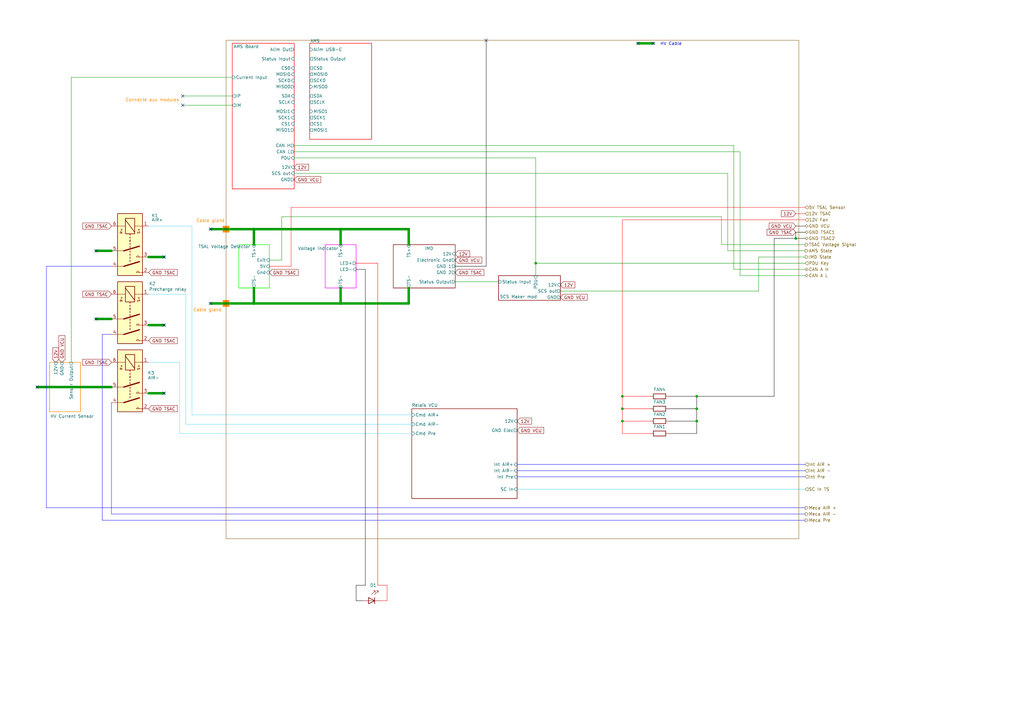
<source format=kicad_sch>
(kicad_sch (version 20231120) (generator "eeschema") (generator_version "8.0")
  (paper "A3")
  (lib_symbols
    (symbol "Device:R" (pin_numbers hide) (pin_names (offset 0))
      (property "Reference" "R" (at 2.032 0 90))
      (property "Value" "R" (at 0 0 90))
      (symbol "R_0_1"
        (rectangle (start -1.016 -2.54) (end 1.016 2.54) (stroke (width 0.254)))
      )
      (symbol "R_1_1"
        (pin passive line (at 0 3.81 270) (length 1.27) (name "~") (number "1"))
        (pin passive line (at 0 -3.81 90) (length 1.27) (name "~") (number "2"))
      )
    )
    (symbol "EPSA_lib:LED" (pin_numbers hide) (pin_names (offset 1.016) hide)
      (property "Reference" "D" (at 0 2.54 0))
      (symbol "LED_0_1"
        (polyline (pts (xy -1.27 -1.27) (xy -1.27 1.27)) (stroke (width 0.254)))
        (polyline (pts (xy -1.27 0) (xy 1.27 0)))
        (polyline (pts (xy 1.27 -1.27) (xy 1.27 1.27) (xy -1.27 0) (xy 1.27 -1.27)) (stroke (width 0.254)))
        (polyline (pts (xy -1.27 -2.54) (xy -2.794 -4.064) (xy -2.032 -4.064) (xy -2.794 -4.064) (xy -2.794 -3.302)))
        (polyline (pts (xy 0 -2.54) (xy -1.524 -4.064) (xy -0.762 -4.064) (xy -1.524 -4.064) (xy -1.524 -3.302)))
      )
      (symbol "LED_1_1"
        (pin passive line (at -3.81 0 0) (length 2.54) (name "K") (number "1"))
        (pin passive line (at 3.81 0 180) (length 2.54) (name "A") (number "2"))
      )
    )
    (symbol "EPSA_lib:RELAYS"
      (property "Reference" "K" (at -13.97 -11.43 0))
      (property "Value" "RELAYS" (at -13.97 -13.97 0))
      (symbol "RELAYS_1_1"
        (rectangle (start -10.16 5.08) (end 15.24 -5.08) (stroke (width 0.254)) (fill (type background)))
        (rectangle (start -8.255 1.905) (end -1.905 -1.905) (stroke (width 0.254)))
        (polyline (pts (xy -7.62 -1.905) (xy -2.54 1.905)) (stroke (width 0.254)))
        (polyline (pts (xy -5.08 -5.08) (xy -5.08 -1.905)))
        (polyline (pts (xy -5.08 5.08) (xy -5.08 1.905)))
        (polyline (pts (xy -1.905 0) (xy -1.27 0)) (stroke (width 0.254)))
        (polyline (pts (xy -0.635 0) (xy 0 0)) (stroke (width 0.254)))
        (polyline (pts (xy 0.635 0) (xy 1.27 0)) (stroke (width 0.254)))
        (polyline (pts (xy 0.635 0) (xy 1.27 0)) (stroke (width 0.254)))
        (polyline (pts (xy 1.905 0) (xy 2.54 0)) (stroke (width 0.254)))
        (polyline (pts (xy 3.175 0) (xy 3.81 0)) (stroke (width 0.254)))
        (polyline (pts (xy 5.08 -2.54) (xy 3.175 3.81)) (stroke (width 0.508)))
        (polyline (pts (xy 5.08 -2.54) (xy 5.08 -5.08)))
        (polyline (pts (xy 5.08 0) (xy 5.715 0)) (stroke (width 0.254)))
        (polyline (pts (xy 6.35 0) (xy 6.985 0)) (stroke (width 0.254)))
        (polyline (pts (xy 7.62 0) (xy 8.255 0)) (stroke (width 0.254)))
        (polyline (pts (xy 7.62 3.81) (xy 7.62 5.08)))
        (polyline (pts (xy 8.89 0) (xy 9.525 0)) (stroke (width 0.254)))
        (polyline (pts (xy 11.43 -2.54) (xy 9.525 3.81)) (stroke (width 0.508)))
        (polyline (pts (xy 11.43 -2.54) (xy 11.43 -5.08)))
        (polyline (pts (xy 13.97 3.81) (xy 13.97 5.08)))
        (polyline (pts (xy 7.62 3.81) (xy 7.62 2.54) (xy 6.985 3.175) (xy 7.62 3.81)))
        (polyline (pts (xy 13.97 3.81) (xy 13.97 2.54) (xy 13.335 3.175) (xy 13.97 3.81)))
        (text "R+" (at -3.048 -3.556 0) (effects (font (size 1.016 1.016))))
        (text "S+" (at -3.048 3.556 0) (effects (font (size 1.016 1.016))))
        (pin passive line (at -5.08 7.62 270) (length 2.54) (name "~") (number "1"))
        (pin passive line (at 13.97 7.62 270) (length 2.54) (name "~") (number "2"))
        (pin passive line (at 7.62 7.62 270) (length 2.54) (name "~") (number "3"))
        (pin passive line (at 11.43 -7.62 90) (length 2.54) (name "~") (number "4"))
        (pin passive line (at 5.08 -7.62 90) (length 2.54) (name "~") (number "5"))
        (pin passive line (at -5.08 -7.62 90) (length 2.54) (name "~") (number "6"))
      )
    )
  )
  (junction (at 255.27 162.56))
  (junction (at 255.27 167.64))
  (junction (at 104.14 124.46))
  (junction (at 219.71 107.95))
  (junction (at 285.75 167.64))
  (junction (at 285.75 172.72))
  (junction (at 104.14 93.98))
  (junction (at 326.39 97.79))
  (junction (at 285.75 162.56))
  (junction (at 139.7 93.98))
  (junction (at 139.7 124.46))
  (junction (at 255.27 172.72))
  (no_connect (at 67.31 161.29))
  (no_connect (at 39.37 130.81))
  (no_connect (at 67.31 105.41))
  (no_connect (at 261.62 17.78))
  (no_connect (at 39.37 102.87))
  (no_connect (at 199.39 16.51))
  (no_connect (at 67.31 133.35))
  (no_connect (at 15.24 158.75))
  (no_connect (at 74.93 43.18))
  (no_connect (at 86.36 124.46))
  (no_connect (at 74.93 39.37))
  (no_connect (at 267.97 17.78))
  (no_connect (at 86.36 93.98))
  (wire (pts (xy 154.94 240.03) (xy 158.75 240.03)) (stroke (width 0) (color 253 0 0 1)))
  (wire (pts (xy 45.72 210.82) (xy 45.72 165.1)) (stroke (width 0) (color 0 0 255 1)))
  (wire (pts (xy 219.71 107.95) (xy 219.71 113.03)))
  (wire (pts (xy 219.71 64.77) (xy 219.71 107.95)))
  (wire (pts (xy 326.39 87.63) (xy 330.2 87.63)) (stroke (width 0) (color 253 0 0 1)))
  (wire (pts (xy 119.38 85.09) (xy 330.2 85.09)) (stroke (width 0) (color 253 0 0 1)))
  (wire (pts (xy 29.21 31.75) (xy 29.21 148.59)))
  (wire (pts (xy 78.74 170.18) (xy 168.91 170.18)) (stroke (width 0) (color 83 209 255 1)))
  (wire (pts (xy 19.05 109.22) (xy 45.72 109.22)) (stroke (width 0) (color 0 0 255 1)))
  (wire (pts (xy 146.05 110.49) (xy 149.86 110.49)) (stroke (width 0) (color 0 0 0 1)))
  (wire (pts (xy 41.91 137.16) (xy 45.72 137.16)) (stroke (width 0) (color 0 0 255 1)))
  (wire (pts (xy 285.75 167.64) (xy 274.32 167.64)) (stroke (width 0) (color 0 0 0 1)))
  (wire (pts (xy 285.75 172.72) (xy 285.75 177.8)) (stroke (width 0) (color 0 0 0 1)))
  (wire (pts (xy 60.96 133.35) (xy 67.31 133.35)) (stroke (width 1)))
  (wire (pts (xy 115.57 88.9) (xy 115.57 106.68)))
  (wire (pts (xy 311.15 119.38) (xy 229.87 119.38)))
  (wire (pts (xy 186.69 115.57) (xy 204.47 115.57)))
  (wire (pts (xy 255.27 167.64) (xy 255.27 172.72)) (stroke (width 0) (color 255 0 0 1)))
  (wire (pts (xy 146.05 240.03) (xy 146.05 246.38)) (stroke (width 0) (color 0 0 0 1)))
  (wire (pts (xy 29.21 31.75) (xy 95.25 31.75)))
  (wire (pts (xy 139.7 93.98) (xy 167.64 93.98)) (stroke (width 1)))
  (wire (pts (xy 255.27 90.17) (xy 255.27 162.56)) (stroke (width 0) (color 255 0 0 1)))
  (wire (pts (xy 39.37 130.81) (xy 45.72 130.81)) (stroke (width 1)))
  (wire (pts (xy 74.93 39.37) (xy 95.25 39.37)))
  (wire (pts (xy 60.96 161.29) (xy 67.31 161.29)) (stroke (width 1)))
  (wire (pts (xy 255.27 172.72) (xy 266.7 172.72)) (stroke (width 0) (color 255 0 0 1)))
  (wire (pts (xy 295.91 100.33) (xy 330.2 100.33)))
  (wire (pts (xy 146.05 246.38) (xy 148.59 246.38)) (stroke (width 0) (color 0 0 0 1)))
  (wire (pts (xy 146.05 107.95) (xy 154.94 107.95)) (stroke (width 0) (color 253 0 0 1)))
  (wire (pts (xy 73.66 177.8) (xy 73.66 148.59)) (stroke (width 0) (color 83 209 255 1)))
  (wire (pts (xy 255.27 90.17) (xy 330.2 90.17)) (stroke (width 0) (color 255 0 0 1)))
  (wire (pts (xy 104.14 93.98) (xy 139.7 93.98)) (stroke (width 1)))
  (wire (pts (xy 255.27 162.56) (xy 255.27 167.64)) (stroke (width 0) (color 255 0 0 1)))
  (wire (pts (xy 212.09 200.66) (xy 330.2 200.66)) (stroke (width 0) (color 42 205 253 1)))
  (wire (pts (xy 285.75 172.72) (xy 274.32 172.72)) (stroke (width 0) (color 0 0 0 1)))
  (wire (pts (xy 300.99 110.49) (xy 330.2 110.49)))
  (wire (pts (xy 255.27 177.8) (xy 266.7 177.8)) (stroke (width 0) (color 255 0 0 1)))
  (wire (pts (xy 212.09 190.5) (xy 330.2 190.5)) (stroke (width 0) (color 0 0 255 1)))
  (wire (pts (xy 74.93 43.18) (xy 95.25 43.18)))
  (wire (pts (xy 76.2 173.99) (xy 168.91 173.99)) (stroke (width 0) (color 83 209 255 1)))
  (wire (pts (xy 19.05 208.28) (xy 330.2 208.28)) (stroke (width 0) (color 0 0 255 1)))
  (wire (pts (xy 317.5 162.56) (xy 285.75 162.56)) (stroke (width 0) (color 0 0 0 1)))
  (wire (pts (xy 311.15 119.38) (xy 311.15 105.41)))
  (wire (pts (xy 86.36 124.46) (xy 104.14 124.46)) (stroke (width 1)))
  (wire (pts (xy 41.91 213.36) (xy 330.2 213.36)) (stroke (width 0) (color 0 0 255 1)))
  (wire (pts (xy 298.45 71.12) (xy 120.65 71.12)))
  (wire (pts (xy 139.7 118.11) (xy 139.7 124.46)) (stroke (width 1)))
  (wire (pts (xy 167.64 93.98) (xy 167.64 100.33)) (stroke (width 1)))
  (wire (pts (xy 149.86 110.49) (xy 149.86 240.03)) (stroke (width 0) (color 0 0 0 1)))
  (wire (pts (xy 266.7 162.56) (xy 255.27 162.56)) (stroke (width 0) (color 255 0 0 1)))
  (wire (pts (xy 19.05 208.28) (xy 19.05 109.22)) (stroke (width 0) (color 0 0 255 1)))
  (wire (pts (xy 199.39 16.51) (xy 199.39 109.22)) (stroke (width 0) (color 0 0 0 1)))
  (wire (pts (xy 186.69 109.22) (xy 199.39 109.22)) (stroke (width 0) (color 0 0 0 1)))
  (wire (pts (xy 212.09 195.58) (xy 330.2 195.58)) (stroke (width 0) (color 0 0 255 1)))
  (wire (pts (xy 303.53 62.23) (xy 120.65 62.23)))
  (wire (pts (xy 115.57 88.9) (xy 295.91 88.9)))
  (wire (pts (xy 139.7 124.46) (xy 167.64 124.46)) (stroke (width 1)))
  (wire (pts (xy 317.5 97.79) (xy 326.39 97.79)) (stroke (width 0) (color 0 0 0 1)))
  (wire (pts (xy 41.91 213.36) (xy 41.91 137.16)) (stroke (width 0) (color 0 0 255 1)))
  (wire (pts (xy 104.14 118.11) (xy 104.14 124.46)) (stroke (width 1)))
  (wire (pts (xy 119.38 109.22) (xy 110.49 109.22)) (stroke (width 0) (color 253 0 0 1)))
  (wire (pts (xy 76.2 173.99) (xy 76.2 120.65)) (stroke (width 0) (color 83 209 255 1)))
  (wire (pts (xy 212.09 193.04) (xy 330.2 193.04)) (stroke (width 0) (color 0 0 255 1)))
  (wire (pts (xy 298.45 102.87) (xy 298.45 71.12)))
  (wire (pts (xy 76.2 120.65) (xy 60.96 120.65)) (stroke (width 0) (color 83 209 255 1)))
  (wire (pts (xy 60.96 105.41) (xy 67.31 105.41)) (stroke (width 1)))
  (wire (pts (xy 154.94 107.95) (xy 154.94 240.03)) (stroke (width 0) (color 253 0 0 1)))
  (wire (pts (xy 326.39 97.79) (xy 330.2 97.79)) (stroke (width 0) (color 0 0 0 1)))
  (wire (pts (xy 104.14 93.98) (xy 104.14 100.33)) (stroke (width 1)))
  (wire (pts (xy 149.86 240.03) (xy 146.05 240.03)) (stroke (width 0) (color 0 0 0 1)))
  (wire (pts (xy 104.14 124.46) (xy 139.7 124.46)) (stroke (width 1)))
  (wire (pts (xy 139.7 100.33) (xy 139.7 93.98)) (stroke (width 1)))
  (wire (pts (xy 300.99 110.49) (xy 300.99 59.69)))
  (wire (pts (xy 317.5 97.79) (xy 317.5 162.56)) (stroke (width 0) (color 0 0 0 1)))
  (wire (pts (xy 86.36 93.98) (xy 104.14 93.98)) (stroke (width 1)))
  (wire (pts (xy 285.75 162.56) (xy 285.75 167.64)) (stroke (width 0) (color 0 0 0 1)))
  (wire (pts (xy 326.39 95.25) (xy 326.39 97.79)) (stroke (width 0) (color 0 0 0 1)))
  (wire (pts (xy 119.38 85.09) (xy 119.38 109.22)) (stroke (width 0) (color 253 0 0 1)))
  (wire (pts (xy 167.64 124.46) (xy 167.64 118.11)) (stroke (width 1)))
  (wire (pts (xy 255.27 167.64) (xy 266.7 167.64)) (stroke (width 0) (color 255 0 0 1)))
  (wire (pts (xy 73.66 177.8) (xy 168.91 177.8)) (stroke (width 0) (color 83 209 255 1)))
  (wire (pts (xy 300.99 59.69) (xy 120.65 59.69)))
  (wire (pts (xy 73.66 148.59) (xy 60.96 148.59)) (stroke (width 0) (color 83 209 255 1)))
  (wire (pts (xy 326.39 95.25) (xy 330.2 95.25)) (stroke (width 0) (color 0 0 0 1)))
  (wire (pts (xy 285.75 167.64) (xy 285.75 172.72)) (stroke (width 0) (color 0 0 0 1)))
  (wire (pts (xy 303.53 113.03) (xy 330.2 113.03)))
  (wire (pts (xy 110.49 106.68) (xy 115.57 106.68)))
  (wire (pts (xy 303.53 113.03) (xy 303.53 62.23)))
  (wire (pts (xy 255.27 172.72) (xy 255.27 177.8)) (stroke (width 0) (color 255 0 0 1)))
  (wire (pts (xy 78.74 170.18) (xy 78.74 92.71)) (stroke (width 0) (color 83 209 255 1)))
  (wire (pts (xy 158.75 240.03) (xy 158.75 246.38)) (stroke (width 0) (color 253 0 0 1)))
  (wire (pts (xy 39.37 102.87) (xy 45.72 102.87)) (stroke (width 1)))
  (wire (pts (xy 78.74 92.71) (xy 60.96 92.71)) (stroke (width 0) (color 83 209 255 1)))
  (wire (pts (xy 285.75 162.56) (xy 274.32 162.56)) (stroke (width 0) (color 0 0 0 1)))
  (wire (pts (xy 158.75 246.38) (xy 156.21 246.38)) (stroke (width 0) (color 253 0 0 1)))
  (wire (pts (xy 285.75 177.8) (xy 274.32 177.8)) (stroke (width 0) (color 0 0 0 1)))
  (wire (pts (xy 219.71 107.95) (xy 330.2 107.95)))
  (wire (pts (xy 298.45 102.87) (xy 330.2 102.87)))
  (wire (pts (xy 45.72 210.82) (xy 330.2 210.82)) (stroke (width 0) (color 0 0 255 1)))
  (wire (pts (xy 326.39 92.71) (xy 330.2 92.71)) (stroke (width 0) (color 0 0 0 1)))
  (wire (pts (xy 261.62 17.78) (xy 267.97 17.78)) (stroke (width 1)))
  (wire (pts (xy 15.24 158.75) (xy 45.72 158.75)) (stroke (width 1)))
  (wire (pts (xy 295.91 88.9) (xy 295.91 100.33)))
  (wire (pts (xy 219.71 64.77) (xy 120.65 64.77)))
  (wire (pts (xy 311.15 105.41) (xy 330.2 105.41)))
  (rectangle (start 91.44 123.19) (end 93.98 125.73) (stroke (width 0) (color 255 124 0 1)) (fill (type color) (color 255 134 0 1)))
  (rectangle (start 91.44 92.71) (end 93.98 95.25) (stroke (width 0) (color 255 124 0 1)) (fill (type color) (color 255 134 0 1)))
  (rectangle (start 92.71 16.51) (end 327.66 220.98) (stroke (width 0) (color 128 80 0 1)))
  (text "Cable gland" (at 86.36 90.678 0) (effects (font (size 1.27 1.27))))
  (text "HV Cable" (at 270.764 18.796 0) (effects (font (size 1.27 1.27)) (justify left bottom)))
  (text "Cable gland" (at 85.09 127.254 0) (effects (font (size 1.27 1.27))))
  (text "Connecté aux modules" (at 62.484 41.148 0) (effects (font (size 1.27 1.27))))
  (global_label "12V" (shape input) (at 120.65 68.58 0) (property "Intersheetrefs" "${INTERSHEET_REFS}" (effects (hide yes))))
  (global_label "GND TSAC" (shape input) (at 45.72 120.65 180) (property "Intersheetrefs" "${INTERSHEET_REFS}" (effects (hide yes))))
  (global_label "12V" (shape input) (at 22.86 148.59 90) (property "Intersheetrefs" "${INTERSHEET_REFS}" (effects (hide yes))))
  (global_label "GND TSAC" (shape input) (at 60.96 139.7 0) (property "Intersheetrefs" "${INTERSHEET_REFS}" (effects (hide yes))))
  (global_label "GND TSAC" (shape input) (at 60.96 111.76 0) (property "Intersheetrefs" "${INTERSHEET_REFS}" (effects (hide yes))))
  (global_label "GND VCU" (shape input) (at 25.4 148.59 90) (property "Intersheetrefs" "${INTERSHEET_REFS}" (effects (hide yes))))
  (global_label "12V" (shape input) (at 212.09 172.72 0) (property "Intersheetrefs" "${INTERSHEET_REFS}" (effects (hide yes))))
  (global_label "GND VCU" (shape input) (at 212.09 176.53 0) (property "Intersheetrefs" "${INTERSHEET_REFS}" (effects (hide yes))))
  (global_label "GND TSAC" (shape input) (at 110.49 111.76 0) (property "Intersheetrefs" "${INTERSHEET_REFS}" (effects (hide yes))))
  (global_label "GND VCU" (shape input) (at 120.65 73.66 0) (property "Intersheetrefs" "${INTERSHEET_REFS}" (effects (hide yes))))
  (global_label "GND TSAC" (shape input) (at 326.39 95.25 180) (property "Intersheetrefs" "${INTERSHEET_REFS}" (effects (hide yes))))
  (global_label "GND TSAC" (shape input) (at 45.72 92.71 180) (property "Intersheetrefs" "${INTERSHEET_REFS}" (effects (hide yes))))
  (global_label "GND TSAC" (shape input) (at 60.96 167.64 0) (property "Intersheetrefs" "${INTERSHEET_REFS}" (effects (hide yes))))
  (global_label "GND VCU" (shape input) (at 229.87 121.92 0) (property "Intersheetrefs" "${INTERSHEET_REFS}" (effects (hide yes))))
  (global_label "GND TSAC" (shape input) (at 45.72 148.59 180) (property "Intersheetrefs" "${INTERSHEET_REFS}" (effects (hide yes))))
  (global_label "GND VCU" (shape input) (at 186.69 106.68 0) (property "Intersheetrefs" "${INTERSHEET_REFS}" (effects (hide yes))))
  (global_label "GND VCU" (shape input) (at 326.39 92.71 180) (property "Intersheetrefs" "${INTERSHEET_REFS}" (effects (hide yes))))
  (global_label "12V" (shape input) (at 229.87 116.84 0) (property "Intersheetrefs" "${INTERSHEET_REFS}" (effects (hide yes))))
  (global_label "GND TSAC" (shape input) (at 186.69 111.76 0) (property "Intersheetrefs" "${INTERSHEET_REFS}" (effects (hide yes))))
  (global_label "12V" (shape input) (at 326.39 87.63 180) (property "Intersheetrefs" "${INTERSHEET_REFS}" (effects (hide yes))))
  (global_label "12V" (shape input) (at 186.69 104.14 0) (property "Intersheetrefs" "${INTERSHEET_REFS}" (effects (hide yes))))
  (hierarchical_label "PDU Key" (shape input) (at 330.2 107.95 0))
  (hierarchical_label "IMD State" (shape output) (at 330.2 105.41 0))
  (hierarchical_label "SC In TS" (shape input) (at 330.2 200.66 0))
  (hierarchical_label "Int AIR +" (shape input) (at 330.2 190.5 0))
  (hierarchical_label "CAN A L" (shape bidirectional) (at 330.2 113.03 0))
  (hierarchical_label "GND VCU" (shape bidirectional) (at 330.2 92.71 0))
  (hierarchical_label "Meca Pre" (shape output) (at 330.2 213.36 0))
  (hierarchical_label "Meca AIR -" (shape output) (at 330.2 210.82 0))
  (hierarchical_label "Int AIR -" (shape input) (at 330.2 193.04 0))
  (hierarchical_label "GND TSAC1" (shape bidirectional) (at 330.2 95.25 0))
  (hierarchical_label "Meca AIR +" (shape output) (at 330.2 208.28 0))
  (hierarchical_label "12V TSAC" (shape input) (at 330.2 87.63 0))
  (hierarchical_label "Int Pre" (shape input) (at 330.2 195.58 0))
  (hierarchical_label "CAN A H" (shape bidirectional) (at 330.2 110.49 0))
  (hierarchical_label "TSAC Voltage Signal" (shape output) (at 330.2 100.33 0))
  (hierarchical_label "AMS State" (shape output) (at 330.2 102.87 0))
  (hierarchical_label "12V Fan" (shape input) (at 330.2 90.17 0))
  (hierarchical_label "5V TSAL Sensor" (shape input) (at 330.2 85.09 0))
  (hierarchical_label "GND TSAC2" (shape bidirectional) (at 330.2 97.79 0))
  (symbol (lib_id "EPSA_lib:RELAYS") (at 53.34 153.67 270) (unit 1)
    (property "Reference" "K3" (at 61.976 152.908 90))
    (property "Value" "AIR-" (at 62.992 154.94 90))
    (property "Footprint" "Relay_THT:Relay_1P1T_NO_10x24x18.8mm_Panasonic_ADW11xxxxW_THT" (effects (hide yes)))
    (property "Datasheet" "https://www.panasonic-electric-works.com/pew/es/downloads/ds_dw_hl_en.pdf" (effects (hide yes)))
    (property "Description" "Relays avec bobine secondaire" (effects (hide yes)))
    (property "Current rating" "500A" (effects (hide yes)))
  )
  (symbol (lib_id "EPSA_lib:RELAYS") (at 53.34 97.79 270) (unit 1)
    (property "Reference" "K1" (at 63.5 88.392 90))
    (property "Value" "AIR+" (at 64.516 90.17 90))
    (property "Footprint" "Relay_THT:Relay_1P1T_NO_10x24x18.8mm_Panasonic_ADW11xxxxW_THT" (effects (hide yes)))
    (property "Datasheet" "https://www.panasonic-electric-works.com/pew/es/downloads/ds_dw_hl_en.pdf" (effects (hide yes)))
    (property "Description" "Relays avec bobine secondaire" (effects (hide yes)))
    (property "Current rating" "500A" (effects (hide yes)))
  )
  (symbol (lib_id "Device:R") (at 270.51 177.8 90) (unit 1)
    (property "Reference" "FAN1" (at 270.51 175.006 90))
    (property "Value" "R" (effects (hide yes)))
    (property "Description" "Resistor" (effects (hide yes)))
  )
  (symbol (lib_id "EPSA_lib:RELAYS") (at 53.34 125.73 270) (unit 1)
    (property "Reference" "K2" (at 62.484 116.332 90))
    (property "Value" "Precharge relay" (at 68.834 118.618 90))
    (property "Footprint" "Relay_THT:Relay_1P1T_NO_10x24x18.8mm_Panasonic_ADW11xxxxW_THT" (effects (hide yes)))
    (property "Datasheet" "https://www.panasonic-electric-works.com/pew/es/downloads/ds_dw_hl_en.pdf" (effects (hide yes)))
    (property "Description" "Relays avec bobine secondaire" (effects (hide yes)))
    (property "Current rating" "50A" (effects (hide yes)))
  )
  (symbol (lib_id "Device:R") (at 270.51 162.56 90) (unit 1)
    (property "Reference" "FAN4" (at 270.51 159.766 90))
    (property "Value" "R" (effects (hide yes)))
    (property "Description" "Resistor" (effects (hide yes)))
  )
  (symbol (lib_id "EPSA_lib:LED") (at 152.4 246.38 180) (unit 1)
    (property "Reference" "D1" (at 153.0985 240.03 0))
    (property "Value" "LED" (effects (hide yes)))
    (property "Description" "Light emitting diode" (effects (hide yes)))
    (property "Sim.Pins" "1=1 2=2" (effects (hide yes)))
    (property "Sim.Device" "SPICE" (effects (hide yes)))
    (property "Sim.Params" "type=\"D\" model=\"LED\" lib=\"\"" (effects (hide yes)))
    (property "Sim.Enable" "0" (effects (hide yes)))
  )
  (symbol (lib_id "Device:R") (at 270.51 172.72 90) (unit 1)
    (property "Reference" "FAN2" (at 270.51 169.926 90))
    (property "Value" "R" (effects (hide yes)))
    (property "Description" "Resistor" (effects (hide yes)))
  )
  (symbol (lib_id "Device:R") (at 270.51 167.64 90) (unit 1)
    (property "Reference" "FAN3" (at 270.51 164.846 90))
    (property "Value" "R" (effects (hide yes)))
    (property "Description" "Resistor" (effects (hide yes)))
  )
  (sheet (at 95.25 17.78) (size 25.4 59.69) (stroke (width 0.1524) (color 243 0 0 1))
    (property "Sheetname" "AMS Board" (at 95.758 19.812 0) (effects (justify left bottom)))
    (property "Sheetfile" "AMS Alim and SCS Maker.kicad_sch" (effects (hide yes)))
    (pin "12V" input (at 120.65 68.58 0))
    (pin "Status Input" input (at 120.65 24.13 0))
    (pin "SCS out" input (at 120.65 71.12 0))
    (pin "GND" output (at 120.65 73.66 0))
    (pin "Alim Out" output (at 120.65 20.32 0))
    (pin "SCLK" input (at 120.65 41.91 0))
    (pin "SDA" input (at 120.65 39.37 0))
    (pin "Current Input" input (at 95.25 31.75 180))
    (pin "IP" output (at 95.25 39.37 180))
    (pin "IM" output (at 95.25 43.18 180))
    (pin "CS0" input (at 120.65 27.94 0))
    (pin "MOSI0" input (at 120.65 30.48 0))
    (pin "SCK0" input (at 120.65 33.02 0))
    (pin "MISO0" output (at 120.65 35.56 0))
    (pin "MOSI1" input (at 120.65 45.72 0))
    (pin "SCK1" input (at 120.65 48.26 0))
    (pin "CS1" input (at 120.65 50.8 0))
    (pin "MISO1" output (at 120.65 53.34 0))
    (pin "CAN L" output (at 120.65 62.23 0))
    (pin "CAN H" output (at 120.65 59.69 0))
    (pin "PDU" input (at 120.65 64.77 0))
  )
  (sheet (at 133.35 100.33) (size 12.7 17.78) (stroke (width 0.1524) (color 255 24 250 1))
    (property "Sheetname" "Voltage indicator" (at 122.174 102.616 0) (effects (justify left bottom)))
    (property "Sheetfile" "Voltage indicator.kicad_sch" (effects (hide yes)))
    (property "Description" "Homemade" (effects (hide yes)))
    (property "Current rating" "0.2A" (effects (hide yes)))
    (pin "TS+" input (at 139.7 100.33 90))
    (pin "TS-" input (at 139.7 118.11 270))
    (pin "LED+" output (at 146.05 107.95 0))
    (pin "LED-" input (at 146.05 110.49 0))
  )
  (sheet (at 204.47 113.03) (size 25.4 10.16) (stroke (width 0.1524))
    (property "Sheetname" "SCS Maker mod" (at 204.978 122.428 0) (effects (justify left bottom)))
    (property "Sheetfile" "SCS Maker.kicad_sch" (effects (hide yes)))
    (pin "12V" input (at 229.87 116.84 0))
    (pin "Status Input" input (at 204.47 115.57 180))
    (pin "SCS out" output (at 229.87 119.38 0))
    (pin "GND" output (at 229.87 121.92 0))
    (pin "PDU" input (at 219.71 113.03 90))
  )
  (sheet (at 168.91 167.64) (size 43.18 36.83) (stroke (width 0.1524))
    (property "Sheetname" "Relais VCU" (at 168.91 166.9284 0) (effects (justify left bottom)))
    (property "Sheetfile" "Relais VCU.kicad_sch" (effects (hide yes)))
    (pin "12V" input (at 212.09 172.72 0))
    (pin "Int AIR+" input (at 212.09 190.5 0))
    (pin "Int AIR-" input (at 212.09 193.04 0))
    (pin "Int Pre" input (at 212.09 195.58 0))
    (pin "Cmd AIR+" input (at 168.91 170.18 180))
    (pin "Cmd AIR-" input (at 168.91 173.99 180))
    (pin "Cmd Pre" input (at 168.91 177.8 180))
    (pin "GND Elec" output (at 212.09 176.53 0))
    (pin "SC In" input (at 212.09 200.66 0))
  )
  (sheet (at 97.9121 100.33) (size 12.5779 17.78) (stroke (width 0.1524) (color 15 255 0 1))
    (property "Sheetname" "TSAL Voltage Detector" (at 81.28 101.854 0) (effects (justify left bottom)))
    (property "Sheetfile" "TSAL Voltage Detector.kicad_sch" (effects (hide yes)))
    (property "Description" "Homemade" (effects (hide yes)))
    (property "Current rating" "0.63A" (effects (hide yes)))
    (pin "TS+" input (at 104.14 100.33 90))
    (pin "TS-" output (at 104.14 118.11 270))
    (pin "5V" input (at 110.49 109.22 0))
    (pin "Gnd" input (at 110.49 111.76 0))
    (pin "Exit" input (at 110.49 106.68 0))
  )
  (sheet (at 161.29 100.33) (size 25.4 17.78) (stroke (width 0.1524))
    (property "Sheetname" "IMD" (at 174.244 102.616 0) (effects (justify left bottom)))
    (property "Sheetfile" "IMD.kicad_sch" (effects (hide yes)))
    (property "Description" "Bender IR155-3203 " (effects (hide yes)))
    (property "Current rating" "2A" (effects (hide yes)))
    (pin "12V" input (at 186.69 104.14 0))
    (pin "Status Output" output (at 186.69 115.57 0))
    (pin "Electronic Gnd" output (at 186.69 106.68 0))
    (pin "GND 1" output (at 186.69 109.22 0))
    (pin "GND 2" output (at 186.69 111.76 0))
    (pin "TS+" input (at 167.64 100.33 90))
    (pin "TS-" output (at 167.64 118.11 270))
  )
  (sheet (at 20.32 148.59) (size 12.7 20.32) (stroke (width 0.1524) (color 255 139 0 1))
    (property "Sheetname" "HV Current Sensor" (at 20.574 171.45 0) (effects (justify left bottom)))
    (property "Sheetfile" "HV Current Sensor.kicad_sch" (effects (hide yes)))
    (pin "12V" input (at 22.86 148.59 90))
    (pin "GND" input (at 25.4 148.59 90))
    (pin "Sensor Output" input (at 29.21 148.59 90))
  )
  (sheet (at 127 17.78) (size 25.4 39.37) (stroke (width 0.1524) (color 255 0 0 1))
    (property "Sheetname" "AMS" (at 127.254 17.526 0) (effects (justify left bottom)))
    (property "Sheetfile" "AMS.kicad_sch" (effects (hide yes)))
    (pin "Status Output" output (at 127 24.13 180))
    (pin "Alim USB-C" input (at 127 20.32 180))
    (pin "SDA" output (at 127 39.37 180))
    (pin "SCLK" output (at 127 41.91 180))
    (pin "MOSI0" output (at 127 30.48 180))
    (pin "MISO0" input (at 127 35.56 180))
    (pin "MOSI1" output (at 127 53.34 180))
    (pin "MISO1" input (at 127 45.72 180))
    (pin "CS0" output (at 127 27.94 180))
    (pin "SCK1" output (at 127 48.26 180))
    (pin "SCK0" output (at 127 33.02 180))
    (pin "CS1" output (at 127 50.8 180))
  )
)
</source>
